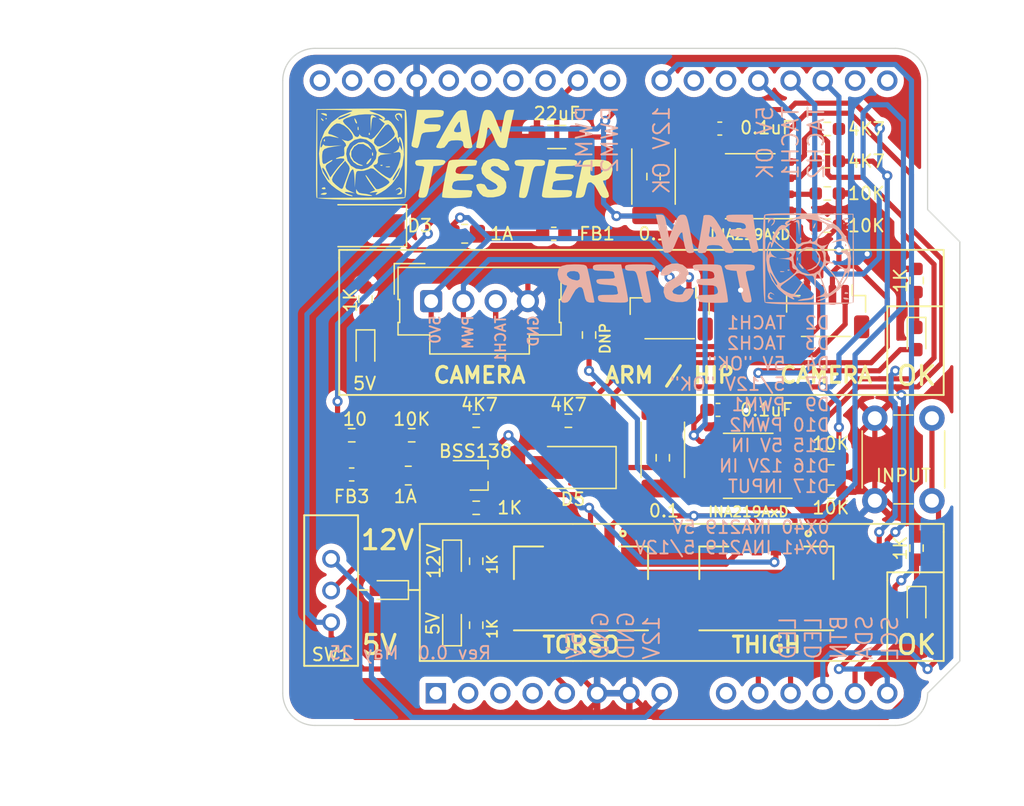
<source format=kicad_pcb>
(kicad_pcb (version 20211014) (generator pcbnew)

  (general
    (thickness 1.6)
  )

  (paper "A4")
  (layers
    (0 "F.Cu" signal)
    (31 "B.Cu" signal)
    (32 "B.Adhes" user "B.Adhesive")
    (33 "F.Adhes" user "F.Adhesive")
    (34 "B.Paste" user)
    (35 "F.Paste" user)
    (36 "B.SilkS" user "B.Silkscreen")
    (37 "F.SilkS" user "F.Silkscreen")
    (38 "B.Mask" user)
    (39 "F.Mask" user)
    (40 "Dwgs.User" user "User.Drawings")
    (41 "Cmts.User" user "User.Comments")
    (42 "Eco1.User" user "User.Eco1")
    (43 "Eco2.User" user "User.Eco2")
    (44 "Edge.Cuts" user)
    (45 "Margin" user)
    (46 "B.CrtYd" user "B.Courtyard")
    (47 "F.CrtYd" user "F.Courtyard")
    (48 "B.Fab" user)
    (49 "F.Fab" user)
    (50 "User.1" user)
    (51 "User.2" user)
    (52 "User.3" user)
    (53 "User.4" user)
    (54 "User.5" user)
    (55 "User.6" user)
    (56 "User.7" user)
    (57 "User.8" user)
    (58 "User.9" user)
  )

  (setup
    (stackup
      (layer "F.SilkS" (type "Top Silk Screen"))
      (layer "F.Paste" (type "Top Solder Paste"))
      (layer "F.Mask" (type "Top Solder Mask") (thickness 0.01))
      (layer "F.Cu" (type "copper") (thickness 0.035))
      (layer "dielectric 1" (type "core") (thickness 1.51) (material "FR4") (epsilon_r 4.5) (loss_tangent 0.02))
      (layer "B.Cu" (type "copper") (thickness 0.035))
      (layer "B.Mask" (type "Bottom Solder Mask") (thickness 0.01))
      (layer "B.Paste" (type "Bottom Solder Paste"))
      (layer "B.SilkS" (type "Bottom Silk Screen"))
      (copper_finish "None")
      (dielectric_constraints no)
    )
    (pad_to_mask_clearance 0)
    (pcbplotparams
      (layerselection 0x00010fc_ffffffff)
      (disableapertmacros false)
      (usegerberextensions false)
      (usegerberattributes true)
      (usegerberadvancedattributes true)
      (creategerberjobfile true)
      (svguseinch false)
      (svgprecision 6)
      (excludeedgelayer true)
      (plotframeref false)
      (viasonmask false)
      (mode 1)
      (useauxorigin false)
      (hpglpennumber 1)
      (hpglpenspeed 20)
      (hpglpendiameter 15.000000)
      (dxfpolygonmode true)
      (dxfimperialunits true)
      (dxfusepcbnewfont true)
      (psnegative false)
      (psa4output false)
      (plotreference true)
      (plotvalue true)
      (plotinvisibletext false)
      (sketchpadsonfab false)
      (subtractmaskfromsilk false)
      (outputformat 1)
      (mirror false)
      (drillshape 1)
      (scaleselection 1)
      (outputdirectory "")
    )
  )

  (net 0 "")
  (net 1 "unconnected-(A1-Pad1)")
  (net 2 "unconnected-(A1-Pad2)")
  (net 3 "unconnected-(A1-Pad3)")
  (net 4 "unconnected-(A1-Pad4)")
  (net 5 "unconnected-(A1-Pad9)")
  (net 6 "unconnected-(A1-Pad15)")
  (net 7 "unconnected-(A1-Pad16)")
  (net 8 "unconnected-(A1-Pad21)")
  (net 9 "unconnected-(A1-Pad23)")
  (net 10 "unconnected-(A1-Pad28)")
  (net 11 "unconnected-(A1-Pad30)")
  (net 12 "unconnected-(A1-Pad31)")
  (net 13 "unconnected-(A1-Pad32)")
  (net 14 "+5V")
  (net 15 "GND")
  (net 16 "Net-(Q1-Pad1)")
  (net 17 "+12V")
  (net 18 "/TACH1")
  (net 19 "/TACH2")
  (net 20 "/PWM1")
  (net 21 "/PWM2")
  (net 22 "Net-(FB3-Pad1)")
  (net 23 "/5V0")
  (net 24 "/PWM")
  (net 25 "Net-(D1-Pad1)")
  (net 26 "Net-(D2-Pad1)")
  (net 27 "Net-(A1-Pad12)")
  (net 28 "/IN-")
  (net 29 "/SDA")
  (net 30 "/SCL")
  (net 31 "/12{slash}5V")
  (net 32 "/5VFAN")
  (net 33 "Net-(F1-Pad1)")
  (net 34 "Net-(F2-Pad2)")
  (net 35 "Net-(A1-Pad19)")
  (net 36 "unconnected-(A1-Pad26)")
  (net 37 "unconnected-(A1-Pad27)")
  (net 38 "unconnected-(A1-Pad20)")
  (net 39 "Net-(A1-Pad22)")
  (net 40 "Net-(A1-Pad10)")
  (net 41 "Net-(A1-Pad11)")
  (net 42 "Net-(D7-Pad1)")
  (net 43 "Net-(D4-Pad1)")
  (net 44 "Net-(D15-Pad1)")
  (net 45 "Net-(D16-Pad1)")
  (net 46 "Net-(R11-Pad1)")
  (net 47 "Net-(R12-Pad2)")
  (net 48 "Net-(R15-Pad1)")
  (net 49 "Net-(R16-Pad2)")

  (footprint "footprints:LED_0603_1608Metric_Pad1.05x0.95mm_HandSolder" (layer "F.Cu") (at 215.03 97.79 -90))

  (footprint "footprints:SW_1218_EWI" (layer "F.Cu") (at 168.91 120.1439 180))

  (footprint "footprints:CONN_2132250000-SD_04_MOL" (layer "F.Cu") (at 188.595 117.475 180))

  (footprint "footprints:R_0603_1608Metric_Pad0.98x0.95mm_HandSolder" (layer "F.Cu") (at 215.0425 93.218 90))

  (footprint "footprints:R_0603_1608Metric_Pad0.98x0.95mm_HandSolder" (layer "F.Cu") (at 215.03 114.3 90))

  (footprint "footprints:R_0603_1608Metric_Pad0.98x0.95mm_HandSolder" (layer "F.Cu") (at 194.31 85.03 -90))

  (footprint "footprints:C_0603_1608Metric_Pad1.08x0.95mm_HandSolder" (layer "F.Cu") (at 199.39 103.41))

  (footprint "footprints:C_0603_1608Metric_Pad1.08x0.95mm_HandSolder" (layer "F.Cu") (at 199.53058 81.25))

  (footprint "footprints:R_0603_1608Metric_Pad0.98x0.95mm_HandSolder" (layer "F.Cu") (at 187.6025 104.2675))

  (footprint "footprints:R_0603_1608Metric_Pad0.98x0.95mm_HandSolder" (layer "F.Cu") (at 208.0025 86.36))

  (footprint "footprints:R_0603_1608Metric_Pad0.98x0.95mm_HandSolder" (layer "F.Cu") (at 175.26 105.41))

  (footprint "footprints:R_0603_1608Metric_Pad0.98x0.95mm_HandSolder" (layer "F.Cu") (at 208.0025 83.82 180))

  (footprint "footprints:SOIC-8_3.9x4.9mm_P1.27mm" (layer "F.Cu") (at 201.77 107.8175 180))

  (footprint "footprints:R_0603_1608Metric_Pad0.98x0.95mm_HandSolder" (layer "F.Cu") (at 180.34 115.33 90))

  (footprint "footprints:R_0603_1608Metric_Pad0.98x0.95mm_HandSolder" (layer "F.Cu") (at 170.5375 105.41))

  (footprint "footprints:LED_0603_1608Metric_Pad1.05x0.95mm_HandSolder" (layer "F.Cu") (at 173.341 117.602 180))

  (footprint "footprints:R_2512_6332Metric_Pad1.40x3.35mm_HandSolder" (layer "F.Cu") (at 194.31 85.03 -90))

  (footprint "footprints:R_0805_2012Metric_Pad1.20x1.40mm_HandSolder" (layer "F.Cu") (at 174.99 108.585))

  (footprint "footprints:R_0603_1608Metric_Pad0.98x0.95mm_HandSolder" (layer "F.Cu") (at 208.0025 81.28 180))

  (footprint "footprints:R_0603_1608Metric_Pad0.98x0.95mm_HandSolder" (layer "F.Cu") (at 195.04 107.185276 -90))

  (footprint "footprints:D_SMA" (layer "F.Cu") (at 187.96 107.95 180))

  (footprint "footprints:R_0603_1608Metric_Pad0.98x0.95mm_HandSolder" (layer "F.Cu") (at 208.28 109.855 180))

  (footprint "footprints:SOT-323_SC-70_Handsoldering" (layer "F.Cu") (at 180.54 108.57))

  (footprint "footprints:R_0603_1608Metric_Pad0.98x0.95mm_HandSolder" (layer "F.Cu") (at 180.34 111.125))

  (footprint "footprints:R_0603_1608Metric_Pad0.98x0.95mm_HandSolder" (layer "F.Cu") (at 180.34 104.2675 180))

  (footprint "footprints:Molex_Pico-Clasp_501331-0407_1x04-1MP_P1.00mm_Vertical" (layer "F.Cu") (at 207.905 95.665 180))

  (footprint "footprints:LED_0603_1608Metric_Pad1.05x0.95mm_HandSolder" (layer "F.Cu") (at 171.6175 98.77 -90))

  (footprint "footprints:R_0805_2012Metric_Pad1.20x1.40mm_HandSolder" (layer "F.Cu") (at 179.435 89.535))

  (footprint "footprints:R_0603_1608Metric_Pad0.98x0.95mm_HandSolder" (layer "F.Cu") (at 208.28 107.22))

  (footprint "footprints:Logo" (layer "F.Cu") (at 179.07 83.185))

  (footprint "footprints:Fuse_0603_1608Metric_Pad1.05x0.95mm_HandSolder" (layer "F.Cu") (at 170.529475 108.498438))

  (footprint "footprints:R_0603_1608Metric_Pad0.98x0.95mm_HandSolder" (layer "F.Cu") (at 189.23 97.5125 -90))

  (footprint "footprints:SOIC-8_3.9x4.9mm_P1.27mm" (layer "F.Cu") (at 201.93 85.79 180))

  (footprint "footprints:Molex_SL_171971-0004_1x04_P2.54mm_Vertical" (layer "F.Cu") (at 176.7925 94.845))

  (footprint "footprints:R_0603_1608Metric_Pad0.98x0.95mm_HandSolder" (layer "F.Cu") (at 171.6175 94.6825 90))

  (footprint "footprints:Molex_Pico-Clasp_501331-0407_1x04-1MP_P1.00mm_Vertical" (layer "F.Cu") (at 195.58 95.845 180))

  (footprint "footprints:R_0603_1608Metric_Pad0.98x0.95mm_HandSolder" (layer "F.Cu") (at 208.0025 88.9 180))

  (footprint "footprints:C_1206_3216Metric_Pad1.33x1.80mm_HandSolder" (layer "F.Cu") (at 186.69 81.915 180))

  (footprint "footprints:LED_0603_1608Metric_Pad1.05x0.95mm_HandSolder" (layer "F.Cu") (at 178.435 120.335 90))

  (footprint "footprints:LED_0603_1608Metric_Pad1.05x0.95mm_HandSolder" (layer "F.Cu") (at 178.435 115.33 -90))

  (footprint "footprints:Fuse_0603_1608Metric_Pad1.05x0.95mm_HandSolder" (layer "F.Cu") (at 186.45 89.535 180))

  (footprint "footprints:SW_PUSH_6mm" (layer "F.Cu") (at 211.745 110.565 90))

  (footprint "footprints:R_2512_6332Metric_Pad1.40x3.35mm_HandSolder" (layer "F.Cu") (at 195.04 106.555 -90))

  (footprint "footprints:CONN_2132250000-SD_04_MOL" (layer "F.Cu") (at 203.2 117.475 180))

  (footprint "footprints:D_SMA" (layer "F.Cu")
    (tedit 586432E5) (tstamp f2353ca9-d0de-4ba8-ab3d-e46774883e08)
    (at 171.45 88.9 180)
    (descr "Diode SMA (DO-214AC)")
    (tags "Diode SMA (DO-214AC)")
    (property "Sheetfile" "Fan_Shield.kicad_sch")
    (property "Sheetname" "")
    (path "/bcc49bd6-1784-400d-ad5a-1e75f4a186a6")
    (attr smd)
    (fp_text reference "D3" (at -4.445 0 180) (layer "F.SilkS")
      (effects (font (size 1 1) (thickness 0.15)))
      (tstamp 768a8234-284c-4af9-92c5-facef72319db)
    )
    (fp_text value "KICKBACK" (at 0 2.6 180) (layer "F.Fab")
      (effects (font (size 1 1) (thickness 0.15)))
      (tstamp 14de503e-24f4-43aa-bc35-488817238cb2)
    )
    (fp_text user "${REFERENCE}" (at 0 -2.5 180) (layer "F.Fab")
      (effects (font (size 1 1) (thickness 0.15)))
      (tstamp cb4812b0-12eb-4923-9af5-1b4069e562ad)
    )
    (fp_line (start -3.4 1.65) (end 2 1.65) (layer "F.SilkS") (width 0.12) (tstamp 98b1be2a-3b90-414b-9ac7-d4ce310f261a))
    (fp_line (start -3.4 -1.65) (end 2 -1.65) (layer "F.SilkS") (width 0.12) (tstamp 9c64dce3-af1c-4ba0-bd18-4455e7f7c24c))
    (fp_line (start -3.4 -1.65) (end -3.4 1.65) (layer "F.SilkS") (width 0.12) (tstamp c2c0b263-6d23-417b-ad03-239bc11c7989))
    (fp_line (start -3.5 1.75) (end -3.5 -1.75) (layer "F.CrtYd") (width 0.05) (tstamp 078b9fbd-0b54-4419-84d2-344b16a89a96))
    (fp_line (start -3.5 -1.75) (end 3.5 -1.75) (layer "F.CrtYd") (width 0.05) (tstamp 4d5a0c7e-7664-4d76-9ce3-448ff71db333))
    (fp_line (start 3.5 -1.75) (end 3.5 1.75) (layer "F.CrtYd") (width 0.05) (tstamp 74821814-ae07-4915-b73e-ed07e12c7b7c))
    (fp_line (start 3.5 1.75) (end -3.5 1.75) (layer "F.CrtYd") (width 0.05) (tstamp f99800bc-68c7-4966-a28b-c44fe8fd49f0))
    (fp_line (start 0.50118 0.75032) (end 0.50118 -0.79908) (layer "F.Fab") (width 0.1) (tstamp 17409a49-bf9e-44fd-9fa2-e17cdbd78940))
    (fp_line (start -0.64944 -0.79908) (end -0.64944 0.80112) (layer "F.Fab") (width 0.1) (tstamp 2c46bdbb-53e2-41b7-9a54-ff592b6dee61))
    (fp_line (start -2.3 1.5) (end -2.3 -1.5) (layer "F.Fab") (width 0.1) (tstamp 4332c6fb-90e9-4081-9ff4-812c0d7f2cb9))
    (fp_line (start -0.64944 0.00102) (end 0.50118 -0.79908) (layer "F.Fab") (width 0.1) (tstamp 75f2ae15-fe23-4d5e-9f0e-21c80fe55c85))
    (fp_line (start 0.50118 0.00102) (end 1.4994 0.00102) (layer "F.Fab") (width 0.1) (tstamp 8cc1e385-21ff-4685-a762-1ad7a2bdf8b9))
    (fp_line (start 2.3 1.5) (end -2.3 1.5) (layer "F.Fab") (width 0.1) (tstamp 9914281b-6a87-4868-972f-a1fd6123c10a))
    (fp_line (start -0.64944 0.00102) (end -1.5511
... [632658 chars truncated]
</source>
